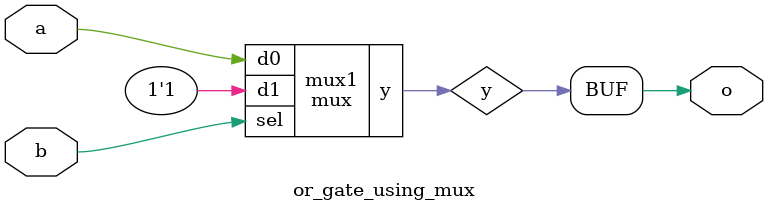
<source format=sv>

module mux
(
  input  d0, d1,
  input  sel,
  output y
);

  assign y = sel ? d1 : d0;

endmodule

//----------------------------------------------------------------------------
// Task
//----------------------------------------------------------------------------

module or_gate_using_mux
(
    input  a,
    input  b,
    output o
);

  // Task:
  wire y;
  // Implement or gate using instance(s) of mux,
  // constants 0 and 1, and wire connections
  mux mux1(.sel(b), .d0(a), .d1(1), .y(y));
  assign o = y;
  
endmodule

</source>
